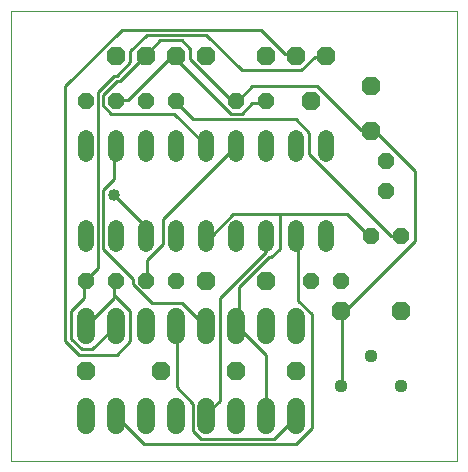
<source format=gbl>
G75*
%MOIN*%
%OFA0B0*%
%FSLAX25Y25*%
%IPPOS*%
%LPD*%
%AMOC8*
5,1,8,0,0,1.08239X$1,22.5*
%
%ADD10C,0.00000*%
%ADD11C,0.05200*%
%ADD12OC8,0.06300*%
%ADD13OC8,0.05200*%
%ADD14C,0.06000*%
%ADD15C,0.04400*%
%ADD16C,0.01000*%
%ADD17C,0.04000*%
D10*
X0001000Y0001000D02*
X0001000Y0150961D01*
X0149701Y0150961D01*
X0149701Y0001000D01*
X0001000Y0001000D01*
D11*
X0026000Y0073400D02*
X0026000Y0078600D01*
X0036000Y0078600D02*
X0036000Y0073400D01*
X0046000Y0073400D02*
X0046000Y0078600D01*
X0056000Y0078600D02*
X0056000Y0073400D01*
X0066000Y0073400D02*
X0066000Y0078600D01*
X0076000Y0078600D02*
X0076000Y0073400D01*
X0086000Y0073400D02*
X0086000Y0078600D01*
X0096000Y0078600D02*
X0096000Y0073400D01*
X0106000Y0073400D02*
X0106000Y0078600D01*
X0106000Y0103400D02*
X0106000Y0108600D01*
X0096000Y0108600D02*
X0096000Y0103400D01*
X0086000Y0103400D02*
X0086000Y0108600D01*
X0076000Y0108600D02*
X0076000Y0103400D01*
X0066000Y0103400D02*
X0066000Y0108600D01*
X0056000Y0108600D02*
X0056000Y0103400D01*
X0046000Y0103400D02*
X0046000Y0108600D01*
X0036000Y0108600D02*
X0036000Y0103400D01*
X0026000Y0103400D02*
X0026000Y0108600D01*
D12*
X0036000Y0136000D03*
X0046000Y0136000D03*
X0056000Y0136000D03*
X0066000Y0136000D03*
X0086000Y0136000D03*
X0096000Y0136000D03*
X0106000Y0136000D03*
X0101000Y0121000D03*
X0121000Y0126000D03*
X0121000Y0111000D03*
X0086000Y0061000D03*
X0066000Y0061000D03*
X0076000Y0031000D03*
X0096000Y0031000D03*
X0111000Y0051000D03*
X0131000Y0051000D03*
X0051000Y0031000D03*
X0026000Y0031000D03*
D13*
X0026000Y0061000D03*
X0036000Y0061000D03*
X0046000Y0061000D03*
X0056000Y0061000D03*
X0101000Y0061000D03*
X0111000Y0061000D03*
X0121000Y0076000D03*
X0131000Y0076000D03*
X0126000Y0091000D03*
X0126000Y0101000D03*
X0086000Y0121000D03*
X0076000Y0121000D03*
X0056000Y0121000D03*
X0046000Y0121000D03*
X0036000Y0121000D03*
X0026000Y0121000D03*
D14*
X0026000Y0049000D02*
X0026000Y0043000D01*
X0036000Y0043000D02*
X0036000Y0049000D01*
X0046000Y0049000D02*
X0046000Y0043000D01*
X0056000Y0043000D02*
X0056000Y0049000D01*
X0066000Y0049000D02*
X0066000Y0043000D01*
X0076000Y0043000D02*
X0076000Y0049000D01*
X0086000Y0049000D02*
X0086000Y0043000D01*
X0096000Y0043000D02*
X0096000Y0049000D01*
X0096000Y0019000D02*
X0096000Y0013000D01*
X0086000Y0013000D02*
X0086000Y0019000D01*
X0076000Y0019000D02*
X0076000Y0013000D01*
X0066000Y0013000D02*
X0066000Y0019000D01*
X0056000Y0019000D02*
X0056000Y0013000D01*
X0046000Y0013000D02*
X0046000Y0019000D01*
X0036000Y0019000D02*
X0036000Y0013000D01*
X0026000Y0013000D02*
X0026000Y0019000D01*
D15*
X0111000Y0026000D03*
X0121000Y0036000D03*
X0131000Y0026000D03*
D16*
X0111232Y0026360D02*
X0111000Y0026000D01*
X0111232Y0026360D02*
X0111232Y0050756D01*
X0111000Y0051000D01*
X0111232Y0051659D01*
X0113039Y0051659D01*
X0135628Y0074248D01*
X0135628Y0097740D01*
X0122978Y0110390D01*
X0121171Y0110390D01*
X0121000Y0111000D01*
X0120268Y0111293D01*
X0117557Y0111293D01*
X0103100Y0125750D01*
X0081415Y0125750D01*
X0076898Y0121232D01*
X0076000Y0121000D01*
X0075994Y0121232D01*
X0074187Y0121232D01*
X0060634Y0134785D01*
X0060634Y0138400D01*
X0057923Y0141110D01*
X0050695Y0141110D01*
X0046177Y0136593D01*
X0046000Y0136000D01*
X0045274Y0135689D01*
X0037142Y0127557D01*
X0036238Y0127557D01*
X0031720Y0123039D01*
X0031720Y0119425D01*
X0034431Y0116715D01*
X0055213Y0116715D01*
X0065152Y0106776D01*
X0066000Y0106000D01*
X0061537Y0114907D02*
X0056116Y0120329D01*
X0056000Y0121000D01*
X0061537Y0114907D02*
X0095872Y0114907D01*
X0100390Y0110390D01*
X0100390Y0103161D01*
X0127496Y0076055D01*
X0130207Y0076055D01*
X0131000Y0076000D01*
X0121000Y0076000D02*
X0120268Y0076055D01*
X0113039Y0083283D01*
X0090451Y0083283D01*
X0090451Y0071537D01*
X0087740Y0068827D01*
X0086837Y0068827D01*
X0076898Y0058888D01*
X0076898Y0046238D01*
X0076000Y0046000D01*
X0076898Y0045335D01*
X0085933Y0036299D01*
X0085933Y0016421D01*
X0086000Y0016000D01*
X0088644Y0008289D02*
X0095872Y0015518D01*
X0096000Y0016000D01*
X0101293Y0011904D02*
X0095872Y0006482D01*
X0045274Y0006482D01*
X0036238Y0015518D01*
X0036000Y0016000D01*
X0036238Y0036299D02*
X0023589Y0036299D01*
X0019071Y0040817D01*
X0019071Y0125750D01*
X0038045Y0144724D01*
X0084126Y0144724D01*
X0092258Y0136593D01*
X0095872Y0136593D01*
X0096000Y0136000D01*
X0097679Y0131171D02*
X0077801Y0131171D01*
X0066055Y0142917D01*
X0046177Y0142917D01*
X0040756Y0137496D01*
X0040756Y0133882D01*
X0036238Y0129364D01*
X0035335Y0129364D01*
X0029913Y0123943D01*
X0029913Y0065213D01*
X0026299Y0061598D01*
X0026000Y0061000D01*
X0025396Y0060695D01*
X0025396Y0055274D01*
X0020878Y0050756D01*
X0020878Y0041720D01*
X0024492Y0038106D01*
X0028106Y0038106D01*
X0036000Y0046000D01*
X0040756Y0050756D02*
X0035335Y0056177D01*
X0035335Y0060695D01*
X0036000Y0061000D01*
X0041659Y0061598D02*
X0041659Y0059791D01*
X0047984Y0053467D01*
X0057923Y0053467D01*
X0065152Y0046238D01*
X0066000Y0046000D01*
X0056116Y0045335D02*
X0056000Y0046000D01*
X0056116Y0045335D02*
X0056116Y0025457D01*
X0061537Y0020035D01*
X0061537Y0011000D01*
X0064248Y0008289D01*
X0088644Y0008289D01*
X0101293Y0011904D02*
X0101293Y0049852D01*
X0096776Y0054370D01*
X0096776Y0075152D01*
X0096000Y0076000D01*
X0090451Y0083283D02*
X0075091Y0083283D01*
X0067862Y0076055D01*
X0066055Y0076055D01*
X0066000Y0076000D01*
X0051598Y0073344D02*
X0051598Y0081476D01*
X0075994Y0105872D01*
X0076000Y0106000D01*
X0077801Y0116715D02*
X0074187Y0116715D01*
X0055213Y0135689D01*
X0056000Y0136000D01*
X0055213Y0136593D01*
X0039852Y0121232D01*
X0036238Y0121232D01*
X0036000Y0121000D01*
X0036000Y0106000D02*
X0035335Y0105872D01*
X0035335Y0095030D01*
X0031720Y0091415D01*
X0031720Y0071537D01*
X0041659Y0061598D01*
X0046000Y0061000D02*
X0046177Y0061598D01*
X0046177Y0067923D01*
X0051598Y0073344D01*
X0046000Y0076000D02*
X0045274Y0076055D01*
X0045274Y0079669D01*
X0035335Y0089608D01*
X0035335Y0056177D02*
X0035335Y0055274D01*
X0026299Y0046238D01*
X0026000Y0046000D01*
X0036238Y0036299D02*
X0040756Y0040817D01*
X0040756Y0050756D01*
X0070573Y0055274D02*
X0070573Y0020939D01*
X0066055Y0016421D01*
X0066000Y0016000D01*
X0070573Y0055274D02*
X0085933Y0070634D01*
X0085933Y0075152D01*
X0086000Y0076000D01*
X0077801Y0116715D02*
X0081415Y0120329D01*
X0085933Y0120329D01*
X0086000Y0121000D01*
X0097679Y0131171D02*
X0102197Y0135689D01*
X0105811Y0135689D01*
X0106000Y0136000D01*
D17*
X0035335Y0089608D03*
M02*

</source>
